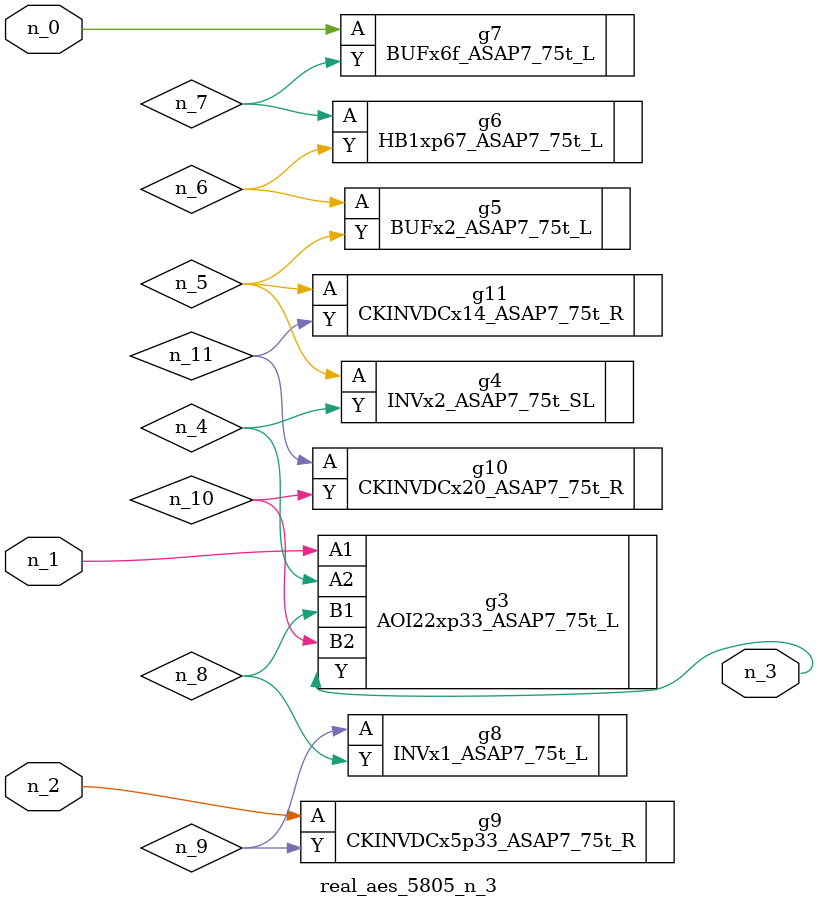
<source format=v>
module real_aes_5805_n_3 (n_0, n_2, n_1, n_3);
input n_0;
input n_2;
input n_1;
output n_3;
wire n_4;
wire n_5;
wire n_7;
wire n_8;
wire n_6;
wire n_9;
wire n_10;
wire n_11;
BUFx6f_ASAP7_75t_L g7 ( .A(n_0), .Y(n_7) );
AOI22xp33_ASAP7_75t_L g3 ( .A1(n_1), .A2(n_4), .B1(n_8), .B2(n_10), .Y(n_3) );
CKINVDCx5p33_ASAP7_75t_R g9 ( .A(n_2), .Y(n_9) );
INVx2_ASAP7_75t_SL g4 ( .A(n_5), .Y(n_4) );
CKINVDCx14_ASAP7_75t_R g11 ( .A(n_5), .Y(n_11) );
BUFx2_ASAP7_75t_L g5 ( .A(n_6), .Y(n_5) );
HB1xp67_ASAP7_75t_L g6 ( .A(n_7), .Y(n_6) );
INVx1_ASAP7_75t_L g8 ( .A(n_9), .Y(n_8) );
CKINVDCx20_ASAP7_75t_R g10 ( .A(n_11), .Y(n_10) );
endmodule
</source>
